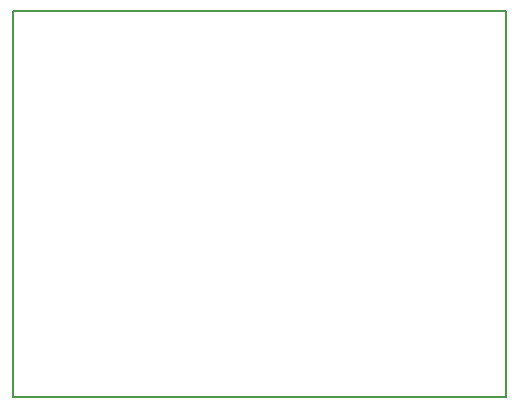
<source format=gbr>
G04 #@! TF.GenerationSoftware,KiCad,Pcbnew,(5.0.1)-rc2*
G04 #@! TF.CreationDate,2018-12-08T16:36:11-05:00*
G04 #@! TF.ProjectId,megadesk,6D6567616465736B2E6B696361645F70,rev?*
G04 #@! TF.SameCoordinates,Original*
G04 #@! TF.FileFunction,Profile,NP*
%FSLAX46Y46*%
G04 Gerber Fmt 4.6, Leading zero omitted, Abs format (unit mm)*
G04 Created by KiCad (PCBNEW (5.0.1)-rc2) date 2018-12-08 4:36:11 PM*
%MOMM*%
%LPD*%
G01*
G04 APERTURE LIST*
%ADD10C,0.150000*%
G04 APERTURE END LIST*
D10*
X98700000Y-137350000D02*
X98700000Y-104600000D01*
X140450000Y-104600000D02*
X139700000Y-104600000D01*
X140450000Y-137350000D02*
X140450000Y-104600000D01*
X139700000Y-137350000D02*
X140450000Y-137350000D01*
X98700000Y-104600000D02*
X139700000Y-104600000D01*
X98700000Y-137350000D02*
X139700000Y-137350000D01*
M02*

</source>
